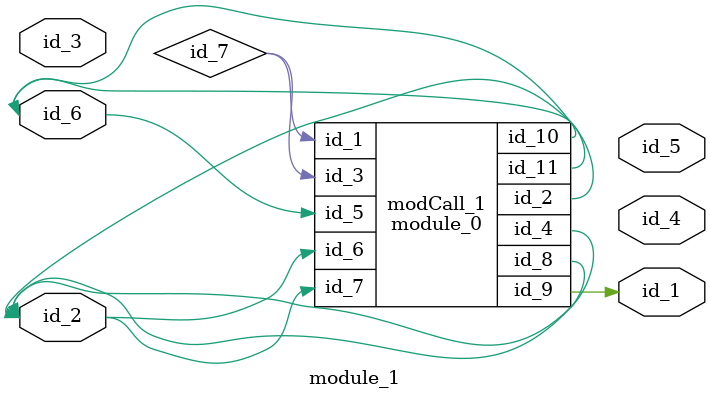
<source format=v>
module module_0 (
    id_1,
    id_2,
    id_3,
    id_4,
    id_5,
    id_6,
    id_7,
    id_8,
    id_9,
    id_10,
    id_11
);
  inout wire id_11;
  inout wire id_10;
  output wire id_9;
  output wire id_8;
  input wire id_7;
  input wire id_6;
  input wire id_5;
  inout wire id_4;
  input wire id_3;
  inout wire id_2;
  input wire id_1;
  wire id_12;
endmodule
module module_1 (
    id_1,
    id_2,
    id_3,
    id_4,
    id_5,
    id_6
);
  inout wire id_6;
  output wire id_5;
  output wire id_4;
  inout wire id_3;
  inout wire id_2;
  output wire id_1;
  wire id_7;
  assign id_3[1] = id_7;
  module_0 modCall_1 (
      id_7,
      id_6,
      id_7,
      id_2,
      id_6,
      id_2,
      id_2,
      id_2,
      id_1,
      id_6,
      id_2
  );
endmodule

</source>
